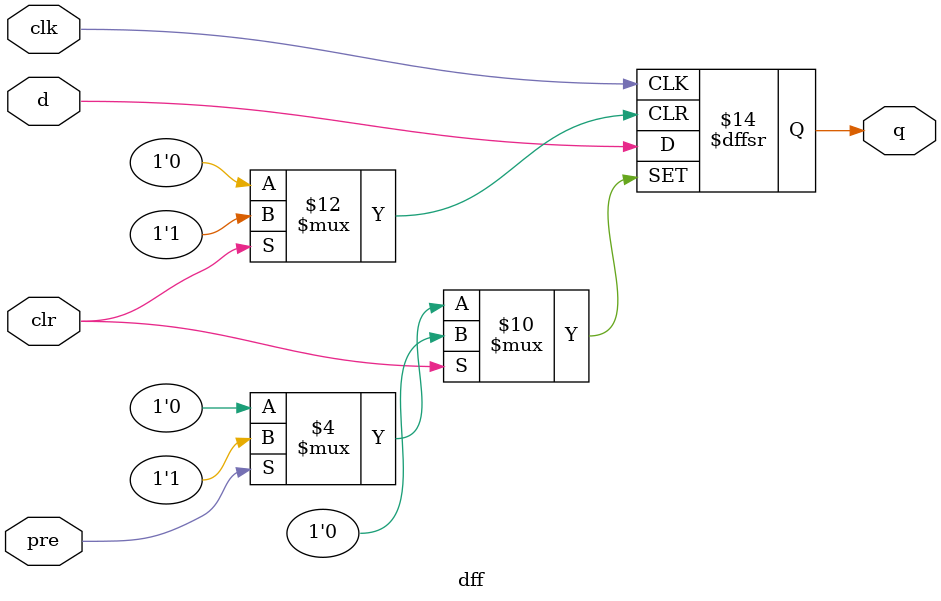
<source format=v>
module dff(
    input  wire clk,    // Clock
    input  wire clr,    // Clear (active high)
    input  wire pre,    // Preset (active high)
    input  wire d,      // Data input
    output reg  q       // Data output
);

    // Asynchronous clear and preset with clock synchronization
    always @(posedge clk or posedge clr or posedge pre) begin
        if (clr)
            q <= 1'b0;       // Clear has priority
        else if (pre)
            q <= 1'b1;       // Preset
        else
            q <= d;          // Normal operation
    end

endmodule

</source>
